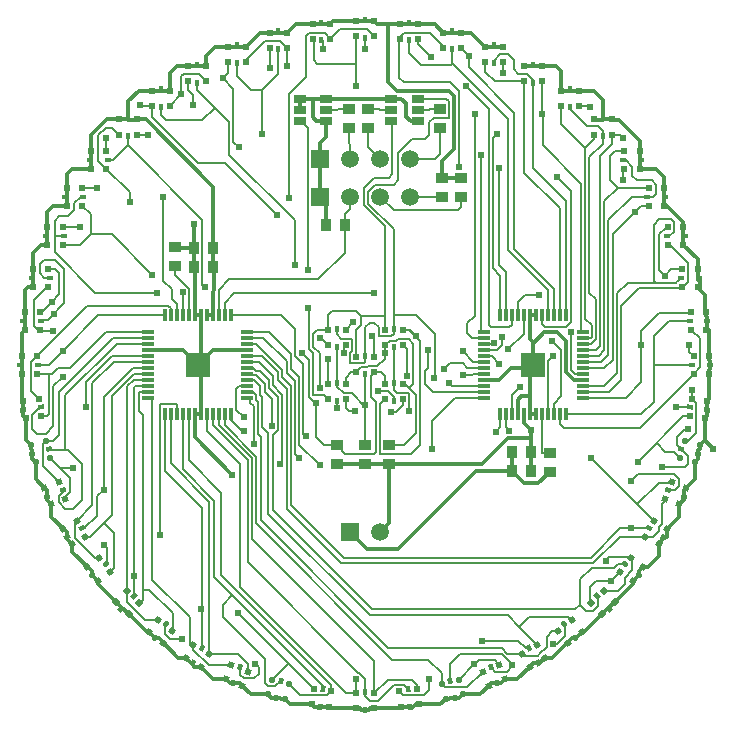
<source format=gtl>
G04 Layer_Physical_Order=1*
G04 Layer_Color=255*
%FSLAX25Y25*%
%MOIN*%
G70*
G01*
G75*
G04:AMPARAMS|DCode=10|XSize=15.75mil|YSize=19.69mil|CornerRadius=0mil|HoleSize=0mil|Usage=FLASHONLY|Rotation=45.000|XOffset=0mil|YOffset=0mil|HoleType=Round|Shape=Rectangle|*
%AMROTATEDRECTD10*
4,1,4,0.00139,-0.01253,-0.01253,0.00139,-0.00139,0.01253,0.01253,-0.00139,0.00139,-0.01253,0.0*
%
%ADD10ROTATEDRECTD10*%

%ADD11P,0.02784X4X90.0*%
G04:AMPARAMS|DCode=12|XSize=15.75mil|YSize=19.69mil|CornerRadius=0mil|HoleSize=0mil|Usage=FLASHONLY|Rotation=52.500|XOffset=0mil|YOffset=0mil|HoleType=Round|Shape=Rectangle|*
%AMROTATEDRECTD12*
4,1,4,0.00302,-0.01224,-0.01260,-0.00026,-0.00302,0.01224,0.01260,0.00026,0.00302,-0.01224,0.0*
%
%ADD12ROTATEDRECTD12*%

%ADD13P,0.02784X4X97.5*%
G04:AMPARAMS|DCode=14|XSize=15.75mil|YSize=19.69mil|CornerRadius=0mil|HoleSize=0mil|Usage=FLASHONLY|Rotation=60.000|XOffset=0mil|YOffset=0mil|HoleType=Round|Shape=Rectangle|*
%AMROTATEDRECTD14*
4,1,4,0.00459,-0.01174,-0.01246,-0.00190,-0.00459,0.01174,0.01246,0.00190,0.00459,-0.01174,0.0*
%
%ADD14ROTATEDRECTD14*%

%ADD15P,0.02784X4X105.0*%
G04:AMPARAMS|DCode=16|XSize=15.75mil|YSize=19.69mil|CornerRadius=0mil|HoleSize=0mil|Usage=FLASHONLY|Rotation=67.500|XOffset=0mil|YOffset=0mil|HoleType=Round|Shape=Rectangle|*
%AMROTATEDRECTD16*
4,1,4,0.00608,-0.01104,-0.01211,-0.00351,-0.00608,0.01104,0.01211,0.00351,0.00608,-0.01104,0.0*
%
%ADD16ROTATEDRECTD16*%

%ADD17P,0.02784X4X112.5*%
G04:AMPARAMS|DCode=18|XSize=15.75mil|YSize=19.69mil|CornerRadius=0mil|HoleSize=0mil|Usage=FLASHONLY|Rotation=75.000|XOffset=0mil|YOffset=0mil|HoleType=Round|Shape=Rectangle|*
%AMROTATEDRECTD18*
4,1,4,0.00747,-0.01015,-0.01155,-0.00506,-0.00747,0.01015,0.01155,0.00506,0.00747,-0.01015,0.0*
%
%ADD18ROTATEDRECTD18*%

%ADD19P,0.02784X4X120.0*%
G04:AMPARAMS|DCode=20|XSize=15.75mil|YSize=19.69mil|CornerRadius=0mil|HoleSize=0mil|Usage=FLASHONLY|Rotation=82.500|XOffset=0mil|YOffset=0mil|HoleType=Round|Shape=Rectangle|*
%AMROTATEDRECTD20*
4,1,4,0.00873,-0.00909,-0.01079,-0.00652,-0.00873,0.00909,0.01079,0.00652,0.00873,-0.00909,0.0*
%
%ADD20ROTATEDRECTD20*%

%ADD21P,0.02784X4X127.5*%
%ADD22R,0.01969X0.01575*%
%ADD23R,0.01969X0.01969*%
%ADD24R,0.01575X0.01969*%
%ADD25R,0.01969X0.01969*%
%ADD26R,0.03543X0.03937*%
%ADD27R,0.03937X0.03543*%
G04:AMPARAMS|DCode=28|XSize=15.75mil|YSize=19.69mil|CornerRadius=0mil|HoleSize=0mil|Usage=FLASHONLY|Rotation=37.500|XOffset=0mil|YOffset=0mil|HoleType=Round|Shape=Rectangle|*
%AMROTATEDRECTD28*
4,1,4,-0.00026,-0.01260,-0.01224,0.00302,0.00026,0.01260,0.01224,-0.00302,-0.00026,-0.01260,0.0*
%
%ADD28ROTATEDRECTD28*%

%ADD29P,0.02784X4X82.5*%
G04:AMPARAMS|DCode=30|XSize=15.75mil|YSize=19.69mil|CornerRadius=0mil|HoleSize=0mil|Usage=FLASHONLY|Rotation=30.000|XOffset=0mil|YOffset=0mil|HoleType=Round|Shape=Rectangle|*
%AMROTATEDRECTD30*
4,1,4,-0.00190,-0.01246,-0.01174,0.00459,0.00190,0.01246,0.01174,-0.00459,-0.00190,-0.01246,0.0*
%
%ADD30ROTATEDRECTD30*%

%ADD31P,0.02784X4X75.0*%
G04:AMPARAMS|DCode=32|XSize=15.75mil|YSize=19.69mil|CornerRadius=0mil|HoleSize=0mil|Usage=FLASHONLY|Rotation=22.500|XOffset=0mil|YOffset=0mil|HoleType=Round|Shape=Rectangle|*
%AMROTATEDRECTD32*
4,1,4,-0.00351,-0.01211,-0.01104,0.00608,0.00351,0.01211,0.01104,-0.00608,-0.00351,-0.01211,0.0*
%
%ADD32ROTATEDRECTD32*%

%ADD33P,0.02784X4X67.5*%
G04:AMPARAMS|DCode=34|XSize=15.75mil|YSize=19.69mil|CornerRadius=0mil|HoleSize=0mil|Usage=FLASHONLY|Rotation=15.000|XOffset=0mil|YOffset=0mil|HoleType=Round|Shape=Rectangle|*
%AMROTATEDRECTD34*
4,1,4,-0.00506,-0.01155,-0.01015,0.00747,0.00506,0.01155,0.01015,-0.00747,-0.00506,-0.01155,0.0*
%
%ADD34ROTATEDRECTD34*%

%ADD35P,0.02784X4X60.0*%
G04:AMPARAMS|DCode=36|XSize=15.75mil|YSize=19.69mil|CornerRadius=0mil|HoleSize=0mil|Usage=FLASHONLY|Rotation=7.500|XOffset=0mil|YOffset=0mil|HoleType=Round|Shape=Rectangle|*
%AMROTATEDRECTD36*
4,1,4,-0.00652,-0.01079,-0.00909,0.00873,0.00652,0.01079,0.00909,-0.00873,-0.00652,-0.01079,0.0*
%
%ADD36ROTATEDRECTD36*%

%ADD37P,0.02784X4X52.5*%
G04:AMPARAMS|DCode=38|XSize=15.75mil|YSize=19.69mil|CornerRadius=0mil|HoleSize=0mil|Usage=FLASHONLY|Rotation=352.500|XOffset=0mil|YOffset=0mil|HoleType=Round|Shape=Rectangle|*
%AMROTATEDRECTD38*
4,1,4,-0.00909,-0.00873,-0.00652,0.01079,0.00909,0.00873,0.00652,-0.01079,-0.00909,-0.00873,0.0*
%
%ADD38ROTATEDRECTD38*%

%ADD39P,0.02784X4X397.5*%
G04:AMPARAMS|DCode=40|XSize=15.75mil|YSize=19.69mil|CornerRadius=0mil|HoleSize=0mil|Usage=FLASHONLY|Rotation=345.000|XOffset=0mil|YOffset=0mil|HoleType=Round|Shape=Rectangle|*
%AMROTATEDRECTD40*
4,1,4,-0.01015,-0.00747,-0.00506,0.01155,0.01015,0.00747,0.00506,-0.01155,-0.01015,-0.00747,0.0*
%
%ADD40ROTATEDRECTD40*%

%ADD41P,0.02784X4X390.0*%
G04:AMPARAMS|DCode=42|XSize=15.75mil|YSize=19.69mil|CornerRadius=0mil|HoleSize=0mil|Usage=FLASHONLY|Rotation=337.500|XOffset=0mil|YOffset=0mil|HoleType=Round|Shape=Rectangle|*
%AMROTATEDRECTD42*
4,1,4,-0.01104,-0.00608,-0.00351,0.01211,0.01104,0.00608,0.00351,-0.01211,-0.01104,-0.00608,0.0*
%
%ADD42ROTATEDRECTD42*%

%ADD43P,0.02784X4X382.5*%
G04:AMPARAMS|DCode=44|XSize=15.75mil|YSize=19.69mil|CornerRadius=0mil|HoleSize=0mil|Usage=FLASHONLY|Rotation=330.000|XOffset=0mil|YOffset=0mil|HoleType=Round|Shape=Rectangle|*
%AMROTATEDRECTD44*
4,1,4,-0.01174,-0.00459,-0.00190,0.01246,0.01174,0.00459,0.00190,-0.01246,-0.01174,-0.00459,0.0*
%
%ADD44ROTATEDRECTD44*%

%ADD45P,0.02784X4X375.0*%
G04:AMPARAMS|DCode=46|XSize=15.75mil|YSize=19.69mil|CornerRadius=0mil|HoleSize=0mil|Usage=FLASHONLY|Rotation=322.500|XOffset=0mil|YOffset=0mil|HoleType=Round|Shape=Rectangle|*
%AMROTATEDRECTD46*
4,1,4,-0.01224,-0.00302,-0.00026,0.01260,0.01224,0.00302,0.00026,-0.01260,-0.01224,-0.00302,0.0*
%
%ADD46ROTATEDRECTD46*%

%ADD47P,0.02784X4X367.5*%
G04:AMPARAMS|DCode=48|XSize=15.75mil|YSize=19.69mil|CornerRadius=0mil|HoleSize=0mil|Usage=FLASHONLY|Rotation=315.000|XOffset=0mil|YOffset=0mil|HoleType=Round|Shape=Rectangle|*
%AMROTATEDRECTD48*
4,1,4,-0.01253,-0.00139,0.00139,0.01253,0.01253,0.00139,-0.00139,-0.01253,-0.01253,-0.00139,0.0*
%
%ADD48ROTATEDRECTD48*%

%ADD49P,0.02784X4X360.0*%
G04:AMPARAMS|DCode=50|XSize=15.75mil|YSize=19.69mil|CornerRadius=0mil|HoleSize=0mil|Usage=FLASHONLY|Rotation=307.500|XOffset=0mil|YOffset=0mil|HoleType=Round|Shape=Rectangle|*
%AMROTATEDRECTD50*
4,1,4,-0.01260,0.00026,0.00302,0.01224,0.01260,-0.00026,-0.00302,-0.01224,-0.01260,0.00026,0.0*
%
%ADD50ROTATEDRECTD50*%

%ADD51P,0.02784X4X352.5*%
G04:AMPARAMS|DCode=52|XSize=15.75mil|YSize=19.69mil|CornerRadius=0mil|HoleSize=0mil|Usage=FLASHONLY|Rotation=300.000|XOffset=0mil|YOffset=0mil|HoleType=Round|Shape=Rectangle|*
%AMROTATEDRECTD52*
4,1,4,-0.01246,0.00190,0.00459,0.01174,0.01246,-0.00190,-0.00459,-0.01174,-0.01246,0.00190,0.0*
%
%ADD52ROTATEDRECTD52*%

%ADD53P,0.02784X4X345.0*%
G04:AMPARAMS|DCode=54|XSize=15.75mil|YSize=19.69mil|CornerRadius=0mil|HoleSize=0mil|Usage=FLASHONLY|Rotation=292.500|XOffset=0mil|YOffset=0mil|HoleType=Round|Shape=Rectangle|*
%AMROTATEDRECTD54*
4,1,4,-0.01211,0.00351,0.00608,0.01104,0.01211,-0.00351,-0.00608,-0.01104,-0.01211,0.00351,0.0*
%
%ADD54ROTATEDRECTD54*%

%ADD55P,0.02784X4X337.5*%
G04:AMPARAMS|DCode=56|XSize=15.75mil|YSize=19.69mil|CornerRadius=0mil|HoleSize=0mil|Usage=FLASHONLY|Rotation=285.000|XOffset=0mil|YOffset=0mil|HoleType=Round|Shape=Rectangle|*
%AMROTATEDRECTD56*
4,1,4,-0.01155,0.00506,0.00747,0.01015,0.01155,-0.00506,-0.00747,-0.01015,-0.01155,0.00506,0.0*
%
%ADD56ROTATEDRECTD56*%

%ADD57P,0.02784X4X330.0*%
G04:AMPARAMS|DCode=58|XSize=15.75mil|YSize=19.69mil|CornerRadius=0mil|HoleSize=0mil|Usage=FLASHONLY|Rotation=277.500|XOffset=0mil|YOffset=0mil|HoleType=Round|Shape=Rectangle|*
%AMROTATEDRECTD58*
4,1,4,-0.01079,0.00652,0.00873,0.00909,0.01079,-0.00652,-0.00873,-0.00909,-0.01079,0.00652,0.0*
%
%ADD58ROTATEDRECTD58*%

%ADD59P,0.02784X4X322.5*%
%ADD60R,0.07874X0.07874*%
%ADD61R,0.04000X0.01200*%
%ADD62R,0.01200X0.04000*%
%ADD63R,0.04134X0.02559*%
%ADD64C,0.00800*%
%ADD65C,0.01200*%
%ADD66R,0.05984X0.05984*%
%ADD67C,0.05984*%
%ADD68C,0.02400*%
D10*
X81289Y-81289D02*
D03*
X77114Y-77114D02*
D03*
D11*
X83099Y-78923D02*
D03*
X78923Y-83099D02*
D03*
X79480Y-75304D02*
D03*
X75304Y-79480D02*
D03*
D12*
X91204Y-69984D02*
D03*
X86519Y-66389D02*
D03*
D13*
X92690Y-67401D02*
D03*
X89095Y-72087D02*
D03*
X88629Y-64286D02*
D03*
X85034Y-68971D02*
D03*
D14*
X99559Y-57480D02*
D03*
X94444Y-54528D02*
D03*
D15*
X100694Y-54726D02*
D03*
X97741Y-59841D02*
D03*
X96262Y-52167D02*
D03*
X93309Y-57282D02*
D03*
D16*
X106210Y-43994D02*
D03*
X100754Y-41734D02*
D03*
D17*
X106976Y-41115D02*
D03*
X104716Y-46571D02*
D03*
X102247Y-39156D02*
D03*
X99988Y-44612D02*
D03*
D18*
X111043Y-29754D02*
D03*
X105339Y-28226D02*
D03*
D19*
X111427Y-26800D02*
D03*
X109899Y-32504D02*
D03*
X106484Y-25475D02*
D03*
X104955Y-31180D02*
D03*
D20*
X113977Y-15005D02*
D03*
X108122Y-14235D02*
D03*
D21*
X113972Y-12026D02*
D03*
X113201Y-17881D02*
D03*
X108898Y-11358D02*
D03*
X108127Y-17213D02*
D03*
D22*
X114961Y0D02*
D03*
X109055D02*
D03*
X114003Y14620D02*
D03*
X108097Y14620D02*
D03*
X111144Y28990D02*
D03*
X105239Y28990D02*
D03*
X106435Y42864D02*
D03*
X100529Y42864D02*
D03*
X99954Y56004D02*
D03*
X94049D02*
D03*
X91815Y68186D02*
D03*
X85909Y68186D02*
D03*
X-114961Y0D02*
D03*
X-109055D02*
D03*
X-114003Y14620D02*
D03*
X-108097Y14620D02*
D03*
X-111144Y28990D02*
D03*
X-105239Y28990D02*
D03*
X-106435Y42864D02*
D03*
X-100529Y42864D02*
D03*
X-99954Y56004D02*
D03*
X-94049D02*
D03*
X-91815Y68186D02*
D03*
X-85909Y68186D02*
D03*
D23*
X114567Y2953D02*
D03*
Y-2953D02*
D03*
X109449Y2953D02*
D03*
Y-2953D02*
D03*
X113609Y17573D02*
D03*
X113609Y11667D02*
D03*
X108491Y17573D02*
D03*
X108491Y11667D02*
D03*
X110750Y31942D02*
D03*
X110750Y26037D02*
D03*
X105632Y31942D02*
D03*
X105632Y26037D02*
D03*
X106041Y45816D02*
D03*
X106041Y39911D02*
D03*
X100923Y45816D02*
D03*
X100923Y39911D02*
D03*
X99561Y58957D02*
D03*
X99561Y53051D02*
D03*
X94443Y58957D02*
D03*
Y53051D02*
D03*
X91421Y71139D02*
D03*
X91421Y65233D02*
D03*
X86303Y71139D02*
D03*
X86303Y65233D02*
D03*
X-114567Y-2953D02*
D03*
Y2953D02*
D03*
X-109449Y-2953D02*
D03*
Y2953D02*
D03*
X-113609Y11667D02*
D03*
X-113609Y17573D02*
D03*
X-108491Y11667D02*
D03*
X-108491Y17573D02*
D03*
X-110750Y26037D02*
D03*
X-110750Y31942D02*
D03*
X-105632Y26037D02*
D03*
X-105632Y31942D02*
D03*
X-106041Y39911D02*
D03*
X-106041Y45816D02*
D03*
X-100923Y39911D02*
D03*
X-100923Y45816D02*
D03*
X-99561Y53051D02*
D03*
X-99561Y58957D02*
D03*
X-94443Y53051D02*
D03*
Y58957D02*
D03*
X-91421Y65233D02*
D03*
X-91421Y71139D02*
D03*
X-86303Y65233D02*
D03*
X-86303Y71139D02*
D03*
D24*
X79202Y82154D02*
D03*
Y76249D02*
D03*
X68186Y91815D02*
D03*
X68186Y85909D02*
D03*
X56004Y99954D02*
D03*
Y94049D02*
D03*
X42864Y106435D02*
D03*
X42864Y100529D02*
D03*
X28990Y111144D02*
D03*
X28990Y105239D02*
D03*
X14620Y114003D02*
D03*
X14620Y108097D02*
D03*
X0Y114961D02*
D03*
Y109055D02*
D03*
Y-114961D02*
D03*
Y-109055D02*
D03*
X-79202Y82154D02*
D03*
Y76249D02*
D03*
X-68186Y91815D02*
D03*
X-68186Y85909D02*
D03*
X-56004Y99954D02*
D03*
Y94049D02*
D03*
X-42864Y106435D02*
D03*
X-42864Y100529D02*
D03*
X-28990Y111144D02*
D03*
X-28990Y105239D02*
D03*
X-14620Y114003D02*
D03*
X-14620Y108097D02*
D03*
X9500Y-6047D02*
D03*
Y-11953D02*
D03*
X-9500Y-6047D02*
D03*
Y-11953D02*
D03*
X0Y-2953D02*
D03*
Y2953D02*
D03*
X9500Y6047D02*
D03*
Y11953D02*
D03*
X-9500Y6047D02*
D03*
Y11953D02*
D03*
D25*
X76249Y81761D02*
D03*
X82154D02*
D03*
X76249Y76643D02*
D03*
X82154D02*
D03*
X65233Y91421D02*
D03*
X71139Y91421D02*
D03*
X65233Y86303D02*
D03*
X71139Y86303D02*
D03*
X53051Y99561D02*
D03*
X58957Y99561D02*
D03*
X53051Y94443D02*
D03*
X58957D02*
D03*
X39911Y106041D02*
D03*
X45816Y106041D02*
D03*
X39911Y100923D02*
D03*
X45816Y100923D02*
D03*
X26037Y110750D02*
D03*
X31942Y110750D02*
D03*
X26037Y105632D02*
D03*
X31942Y105632D02*
D03*
X11667Y113609D02*
D03*
X17573Y113609D02*
D03*
X11667Y108491D02*
D03*
X17573Y108491D02*
D03*
X-2953Y114567D02*
D03*
X2953D02*
D03*
X-2953Y109449D02*
D03*
X2953D02*
D03*
Y-114567D02*
D03*
X-2953D02*
D03*
X2953Y-109449D02*
D03*
X-2953D02*
D03*
X-82154Y81761D02*
D03*
X-76249D02*
D03*
X-82154Y76643D02*
D03*
X-76249D02*
D03*
X-71139Y91421D02*
D03*
X-65233Y91421D02*
D03*
X-71139Y86303D02*
D03*
X-65233Y86303D02*
D03*
X-58957Y99561D02*
D03*
X-53051Y99561D02*
D03*
X-58957Y94443D02*
D03*
X-53051D02*
D03*
X-45816Y106041D02*
D03*
X-39911Y106041D02*
D03*
X-45816Y100923D02*
D03*
X-39911Y100923D02*
D03*
X-31942Y110750D02*
D03*
X-26037Y110750D02*
D03*
X-31942Y105632D02*
D03*
X-26037Y105632D02*
D03*
X-17573Y113609D02*
D03*
X-11667Y113609D02*
D03*
X-17573Y108491D02*
D03*
X-11667Y108491D02*
D03*
X6547Y-6441D02*
D03*
X12453D02*
D03*
X6547Y-11559D02*
D03*
X12453D02*
D03*
X-12453Y-6441D02*
D03*
X-6547D02*
D03*
X-12453Y-11559D02*
D03*
X-6547D02*
D03*
X2953Y-2559D02*
D03*
X-2953D02*
D03*
X2953Y2559D02*
D03*
X-2953D02*
D03*
X12453Y6441D02*
D03*
X6547D02*
D03*
X12453Y11559D02*
D03*
X6547D02*
D03*
X-6547Y6441D02*
D03*
X-12453D02*
D03*
X-6547Y11559D02*
D03*
X-12453D02*
D03*
D26*
X55150Y-35500D02*
D03*
X48850D02*
D03*
X55150Y-29000D02*
D03*
X48850D02*
D03*
X-50850Y32500D02*
D03*
X-57150D02*
D03*
X-50850Y39000D02*
D03*
X-57150D02*
D03*
X-6850Y46500D02*
D03*
X-13150D02*
D03*
D27*
X61500Y-35650D02*
D03*
Y-29350D02*
D03*
X-9500Y-33150D02*
D03*
Y-26850D02*
D03*
X0Y-33150D02*
D03*
Y-26850D02*
D03*
X8000Y-33150D02*
D03*
Y-26850D02*
D03*
X-63500Y39150D02*
D03*
Y32850D02*
D03*
X25500Y62150D02*
D03*
Y55850D02*
D03*
X32000Y62150D02*
D03*
Y55850D02*
D03*
X25000Y78850D02*
D03*
Y85150D02*
D03*
X-5500Y78850D02*
D03*
Y85150D02*
D03*
X1000Y78850D02*
D03*
Y85150D02*
D03*
D28*
X69984Y-91204D02*
D03*
X66389Y-86519D02*
D03*
D29*
X72087Y-89095D02*
D03*
X67401Y-92690D02*
D03*
X68971Y-85034D02*
D03*
X64286Y-88629D02*
D03*
D30*
X57480Y-99559D02*
D03*
X54528Y-94444D02*
D03*
D31*
X59841Y-97741D02*
D03*
X54726Y-100694D02*
D03*
X57282Y-93309D02*
D03*
X52167Y-96262D02*
D03*
D32*
X43994Y-106210D02*
D03*
X41734Y-100754D02*
D03*
D33*
X46571Y-104716D02*
D03*
X41115Y-106976D02*
D03*
X44612Y-99988D02*
D03*
X39156Y-102247D02*
D03*
D34*
X29754Y-111043D02*
D03*
X28226Y-105339D02*
D03*
D35*
X32504Y-109899D02*
D03*
X26800Y-111427D02*
D03*
X31180Y-104955D02*
D03*
X25475Y-106484D02*
D03*
D36*
X15005Y-113977D02*
D03*
X14235Y-108122D02*
D03*
D37*
X17881Y-113201D02*
D03*
X12026Y-113972D02*
D03*
X17213Y-108127D02*
D03*
X11358Y-108898D02*
D03*
D38*
X-15005Y-113977D02*
D03*
X-14235Y-108122D02*
D03*
D39*
X-12026Y-113972D02*
D03*
X-17881Y-113201D02*
D03*
X-11358Y-108898D02*
D03*
X-17213Y-108127D02*
D03*
D40*
X-29754Y-111043D02*
D03*
X-28226Y-105339D02*
D03*
D41*
X-26800Y-111427D02*
D03*
X-32504Y-109899D02*
D03*
X-25475Y-106484D02*
D03*
X-31180Y-104955D02*
D03*
D42*
X-43994Y-106210D02*
D03*
X-41734Y-100754D02*
D03*
D43*
X-41115Y-106976D02*
D03*
X-46571Y-104716D02*
D03*
X-39156Y-102247D02*
D03*
X-44612Y-99988D02*
D03*
D44*
X-57480Y-99559D02*
D03*
X-54528Y-94444D02*
D03*
D45*
X-54726Y-100694D02*
D03*
X-59841Y-97741D02*
D03*
X-52167Y-96262D02*
D03*
X-57282Y-93309D02*
D03*
D46*
X-69984Y-91204D02*
D03*
X-66389Y-86519D02*
D03*
D47*
X-67401Y-92690D02*
D03*
X-72087Y-89095D02*
D03*
X-64286Y-88629D02*
D03*
X-68971Y-85034D02*
D03*
D48*
X-81289Y-81289D02*
D03*
X-77114Y-77114D02*
D03*
D49*
X-78923Y-83099D02*
D03*
X-83099Y-78923D02*
D03*
X-75304Y-79480D02*
D03*
X-79480Y-75304D02*
D03*
D50*
X-91204Y-69984D02*
D03*
X-86519Y-66389D02*
D03*
D51*
X-89095Y-72087D02*
D03*
X-92690Y-67401D02*
D03*
X-85034Y-68971D02*
D03*
X-88629Y-64286D02*
D03*
D52*
X-99559Y-57480D02*
D03*
X-94444Y-54528D02*
D03*
D53*
X-97741Y-59841D02*
D03*
X-100694Y-54726D02*
D03*
X-93309Y-57282D02*
D03*
X-96262Y-52167D02*
D03*
D54*
X-106210Y-43994D02*
D03*
X-100754Y-41734D02*
D03*
D55*
X-104716Y-46571D02*
D03*
X-106976Y-41115D02*
D03*
X-99988Y-44612D02*
D03*
X-102247Y-39156D02*
D03*
D56*
X-111043Y-29754D02*
D03*
X-105339Y-28226D02*
D03*
D57*
X-109899Y-32504D02*
D03*
X-111427Y-26800D02*
D03*
X-104955Y-31180D02*
D03*
X-106484Y-25475D02*
D03*
D58*
X-113977Y-15005D02*
D03*
X-108122Y-14235D02*
D03*
D59*
X-113201Y-17881D02*
D03*
X-113972Y-12026D02*
D03*
X-108127Y-17213D02*
D03*
X-108898Y-11358D02*
D03*
D60*
X55906Y0D02*
D03*
X-55906D02*
D03*
D61*
X72406Y-11000D02*
D03*
Y-9000D02*
D03*
Y-7000D02*
D03*
Y-5000D02*
D03*
Y-3000D02*
D03*
Y-1000D02*
D03*
Y1000D02*
D03*
Y3000D02*
D03*
Y5000D02*
D03*
Y7000D02*
D03*
Y9000D02*
D03*
Y11000D02*
D03*
X39406D02*
D03*
Y9000D02*
D03*
Y7000D02*
D03*
Y5000D02*
D03*
Y3000D02*
D03*
Y1000D02*
D03*
Y-1000D02*
D03*
Y-3000D02*
D03*
Y-5000D02*
D03*
Y-7000D02*
D03*
Y-9000D02*
D03*
Y-11000D02*
D03*
X-72406Y11000D02*
D03*
Y9000D02*
D03*
Y7000D02*
D03*
Y5000D02*
D03*
Y3000D02*
D03*
Y1000D02*
D03*
Y-1000D02*
D03*
Y-3000D02*
D03*
Y-5000D02*
D03*
Y-7000D02*
D03*
Y-9000D02*
D03*
Y-11000D02*
D03*
X-39406D02*
D03*
Y-9000D02*
D03*
Y-7000D02*
D03*
Y-5000D02*
D03*
Y-3000D02*
D03*
Y-1000D02*
D03*
Y1000D02*
D03*
Y3000D02*
D03*
Y5000D02*
D03*
Y7000D02*
D03*
Y9000D02*
D03*
Y11000D02*
D03*
D62*
X66906Y16500D02*
D03*
X64906D02*
D03*
X62906D02*
D03*
X60906D02*
D03*
X58906D02*
D03*
X56906D02*
D03*
X54906D02*
D03*
X52906D02*
D03*
X50906D02*
D03*
X48906D02*
D03*
X46906D02*
D03*
X44906D02*
D03*
Y-16500D02*
D03*
X46906D02*
D03*
X48906D02*
D03*
X50906D02*
D03*
X52906D02*
D03*
X54906D02*
D03*
X56906D02*
D03*
X58906D02*
D03*
X60906D02*
D03*
X62906D02*
D03*
X64906D02*
D03*
X66906D02*
D03*
X-66906D02*
D03*
X-64906D02*
D03*
X-62906D02*
D03*
X-60906D02*
D03*
X-58906D02*
D03*
X-56906D02*
D03*
X-54906D02*
D03*
X-52906D02*
D03*
X-50906D02*
D03*
X-48906D02*
D03*
X-46906D02*
D03*
X-44906D02*
D03*
Y16500D02*
D03*
X-46906D02*
D03*
X-48906D02*
D03*
X-50906D02*
D03*
X-52906D02*
D03*
X-54906D02*
D03*
X-56906D02*
D03*
X-58906D02*
D03*
X-60906D02*
D03*
X-62906D02*
D03*
X-64906D02*
D03*
X-66906D02*
D03*
D63*
X8571Y81260D02*
D03*
Y85000D02*
D03*
Y88740D02*
D03*
X17429D02*
D03*
Y85000D02*
D03*
Y81260D02*
D03*
X-13071D02*
D03*
Y85000D02*
D03*
Y88740D02*
D03*
X-21929D02*
D03*
Y85000D02*
D03*
Y81260D02*
D03*
D64*
X101120Y14620D02*
X108097D01*
X96100Y9600D02*
X101120Y14620D01*
X96100Y0D02*
Y9600D01*
X-100000Y-28500D02*
X-99000D01*
X-105065D02*
X-100000D01*
X-105339Y-28226D02*
X-105065Y-28500D01*
X-99000D02*
X-94500Y-33000D01*
X-102000Y-23500D02*
Y-9034D01*
X-103975Y-25475D02*
X-102000Y-23500D01*
X-106484Y-25475D02*
X-103975D01*
X-105478Y-16478D02*
Y-2975D01*
X-106213Y-17213D02*
X-105478Y-16478D01*
X-108127Y-17213D02*
X-106213D01*
X-104000Y-7100D02*
X-100900Y-4000D01*
X-104000Y-20500D02*
Y-7100D01*
X-106500Y-23000D02*
X-104000Y-20500D01*
X-102000Y-9034D02*
X-83966Y9000D01*
X-100000Y-10100D02*
X-82900Y7000D01*
X-100000Y-28500D02*
Y-10100D01*
X-111000Y-16721D02*
X-108514Y-14235D01*
X-111000Y-21500D02*
Y-16721D01*
Y-21500D02*
X-109500Y-23000D01*
X-106500D01*
X-109449Y-2953D02*
X-104453D01*
X-102500Y-1000D02*
X-98472D01*
X-104453Y-2953D02*
X-102500Y-1000D01*
X-98472D02*
X-86472Y11000D01*
X-109055Y0D02*
X-105500D01*
X-100900Y4600D01*
X-110475Y12935D02*
X-108898Y11358D01*
X-110475Y12935D02*
Y21484D01*
X-105935Y15000D02*
X-100500Y20435D01*
X-107357Y15000D02*
X-105935D01*
X-108122Y14235D02*
X-107357Y15000D01*
X-108500Y33500D02*
X-107000Y35000D01*
X-108500Y30500D02*
Y33500D01*
Y30500D02*
X-106990Y28990D01*
X-105239D01*
X-107000Y35000D02*
X-103500D01*
X-100500Y32000D01*
Y20435D02*
Y32000D01*
X-108127Y17373D02*
X-104500Y21000D01*
X-108127Y17213D02*
Y17373D01*
X-90000Y24000D02*
X-69500D01*
X-103500Y37500D02*
X-90000Y24000D01*
X-103500Y37500D02*
Y43000D01*
X-103443Y31942D02*
X-102000Y30500D01*
Y23500D02*
Y30500D01*
X-104500Y21000D02*
X-102000Y23500D01*
X-105632Y31942D02*
X-103443D01*
X-91500Y43500D02*
X-84444D01*
X-95089Y39911D02*
X-91500Y43500D01*
X-100923Y39911D02*
X-95089D01*
X-84444Y43500D02*
X-70944Y30000D01*
X-91500Y43500D02*
Y50109D01*
X-94443Y53051D02*
X-91500Y50109D01*
X-103500Y43000D02*
X-100665D01*
X-97000Y51500D02*
Y53876D01*
X-99000Y49500D02*
X-97000Y51500D01*
X-102000Y49500D02*
X-99000D01*
X-103500Y43000D02*
Y48000D01*
X-102000Y49500D01*
X-100923Y45816D02*
X-95184D01*
X-97000Y53876D02*
X-94872Y56004D01*
X-94049D01*
X-94399Y59000D02*
X-89500D01*
X-78600Y54256D02*
Y57530D01*
X-86303Y65233D02*
X-78600Y57530D01*
X-89000Y67930D02*
X-86303Y65233D01*
X-89000Y67930D02*
Y76500D01*
X-86512Y78988D01*
X-84500D01*
X-82154Y76643D01*
X-85909Y68186D02*
X-84217D01*
X-79202Y73202D01*
X-86500Y71336D02*
Y75500D01*
X-76249Y76643D02*
X-72642D01*
X-79202Y73202D02*
Y76249D01*
Y73202D02*
X-54300Y48300D01*
Y26750D02*
Y48300D01*
X-74803Y86303D02*
X-71139D01*
Y82639D02*
Y86303D01*
Y82639D02*
X-55656Y67156D01*
X-46856D01*
X-66500Y81500D02*
X-54500D01*
X-68186Y83186D02*
X-66500Y81500D01*
X-68186Y83186D02*
Y85909D01*
X-57500Y86500D02*
Y90000D01*
X-58957Y91457D02*
X-57500Y90000D01*
X-58957Y91457D02*
Y94443D01*
X-54500Y81500D02*
X-50250Y85750D01*
X-56004Y91504D02*
X-45456Y80956D01*
X-56004Y91504D02*
Y94049D01*
X-45456Y69956D02*
Y80956D01*
X-65233Y86303D02*
X-61400Y90136D01*
X-55609Y97000D02*
X-53051Y94443D01*
X-60500Y97000D02*
X-55609D01*
X-61400Y96100D02*
X-60500Y97000D01*
X-61400Y90300D02*
Y96100D01*
X-44056Y74356D02*
Y92056D01*
X-47500Y95500D02*
X-44056Y92056D01*
X-45816Y97184D02*
Y100923D01*
X-47500Y95500D02*
X-45816Y97184D01*
X-42864Y96364D02*
X-38000Y91500D01*
X-42864Y96364D02*
Y100529D01*
X-38000Y91500D02*
X-34500D01*
X-31942Y99057D02*
Y105632D01*
X-28990Y104616D02*
Y105239D01*
X-29000Y97000D02*
Y105228D01*
X-34500Y91500D02*
X-29000Y97000D01*
X-33500Y108000D02*
X-28405D01*
X-39911Y101589D02*
X-33500Y108000D01*
X-28405D02*
X-26037Y105632D01*
X-34500Y77000D02*
Y91500D01*
X-26000Y99500D02*
Y105595D01*
X-26037Y105632D02*
X-26000Y105595D01*
X-11628Y108628D02*
X-8456Y111800D01*
X-13600Y110600D02*
X-11628Y108628D01*
X-18846Y110600D02*
X-13600D01*
X-19800Y96050D02*
Y109646D01*
X-18846Y110600D01*
X28480Y100000D02*
X28990Y100510D01*
X18500Y100000D02*
X28480D01*
X14620Y103880D02*
X18500Y100000D01*
X14620Y103880D02*
Y108097D01*
X28990Y100510D02*
Y105239D01*
X17573Y106927D02*
X22000Y102500D01*
X17573Y106927D02*
Y108491D01*
X31942Y105632D02*
X34500Y103075D01*
X43058Y94443D02*
X53051D01*
X39911Y97589D02*
X43058Y94443D01*
X39911Y97589D02*
Y100923D01*
X53051Y63949D02*
Y94443D01*
Y63949D02*
X64906Y52094D01*
Y16500D02*
Y52094D01*
X45011Y103500D02*
X47500D01*
X42864Y101353D02*
X45011Y103500D01*
X47500D02*
X49500Y101500D01*
Y98500D02*
Y101500D01*
Y98500D02*
X51000Y97000D01*
X53876D01*
X56004Y94872D01*
Y94049D02*
Y94872D01*
Y65596D02*
Y94049D01*
Y65596D02*
X66906Y54694D01*
X45816Y97184D02*
Y100923D01*
X59000Y83500D02*
Y94399D01*
X59150Y73150D02*
Y83350D01*
Y73150D02*
X71906Y60394D01*
X84857Y76643D02*
X86000Y75500D01*
X82154Y76643D02*
X84857D01*
X71139Y86303D02*
X74697D01*
X76249Y75138D02*
Y76643D01*
X73306Y72194D02*
X76249Y75138D01*
X65233Y80267D02*
Y86303D01*
X68186Y85314D02*
X74000Y79500D01*
X77500D01*
X79202Y77798D01*
Y76249D02*
Y77798D01*
Y73702D02*
Y76249D01*
X74706Y69206D02*
X79202Y73702D01*
X74706Y23904D02*
Y69206D01*
X82154Y73654D02*
Y76016D01*
X78206Y69706D02*
X82154Y73654D01*
X78206Y6236D02*
Y69706D01*
X95500Y61500D02*
X97000Y60000D01*
X90500Y61500D02*
X95500D01*
X89000Y63000D02*
X90500Y61500D01*
X97000Y57000D02*
Y60000D01*
X96004Y56004D02*
X97000Y57000D01*
X94049Y56004D02*
X96004D01*
X89000Y63000D02*
Y65919D01*
X86733Y68186D02*
X89000Y65919D01*
X85909Y68186D02*
X86733D01*
X83139Y71139D02*
X86303D01*
X81500Y69500D02*
X83139Y71139D01*
X81500Y61519D02*
Y69500D01*
Y61519D02*
X84062Y58957D01*
X94443D01*
X79606Y54500D02*
X84062Y58957D01*
X86000Y61656D02*
Y64930D01*
X88823Y56004D02*
X94049D01*
X81006Y48186D02*
X88823Y56004D01*
X89933Y51000D02*
X91984Y53051D01*
X82406Y43473D02*
X89933Y51000D01*
X91984Y53051D02*
X94443D01*
X82406Y1696D02*
Y43473D01*
X102907Y44407D02*
Y47593D01*
X102000Y48500D02*
X102907Y47593D01*
X101364Y42864D02*
X102907Y44407D01*
X98000Y48500D02*
X102000D01*
X96244Y46744D02*
X98000Y48500D01*
Y43520D02*
X100080Y45600D01*
X98000Y31500D02*
Y43520D01*
X96244Y27856D02*
Y46744D01*
Y27856D02*
X96600Y27500D01*
X102043Y31942D02*
X105632D01*
X99800Y29700D02*
X102043Y31942D01*
X98000Y31500D02*
X99800Y29700D01*
X100923Y39911D02*
X101493D01*
X107616Y27617D02*
Y33787D01*
X101493Y39911D02*
X107616Y33787D01*
X105475Y25475D02*
X107616Y27617D01*
X91187Y25475D02*
X105475D01*
X104270Y28021D02*
X105239Y28990D01*
X104234Y28021D02*
X104270D01*
X103648Y27435D02*
X104234Y28021D01*
X103648Y27400D02*
Y27435D01*
X87400Y27400D02*
X103648D01*
X-5000Y68500D02*
Y73400D01*
X-5500Y73900D02*
X-5000Y73400D01*
X-5500Y73900D02*
Y78850D01*
X17429Y85000D02*
X21100D01*
X21250Y85150D01*
X25000D01*
X1000D02*
X4700D01*
X4850Y85000D01*
X8571D01*
X-13071D02*
X-9400D01*
X-9250Y85150D01*
X-5500D01*
X15000Y55906D02*
X20200D01*
X20255Y55850D01*
X25500D01*
X-6850Y46500D02*
Y50200D01*
X-5000Y52050D01*
Y55906D01*
X-8456Y111800D02*
X602D01*
X2953Y109449D01*
X-12661Y-110200D02*
X-11358Y-108898D01*
X58906Y-29200D02*
Y-16500D01*
Y-29200D02*
X59056Y-29350D01*
X61500D01*
X91402Y-21000D02*
X109449Y-2953D01*
X66156Y-21000D02*
X91402D01*
X64906Y-19750D02*
X66156Y-21000D01*
X64906Y-19750D02*
Y-16500D01*
X34004Y-107400D02*
X39156Y-102247D01*
X68971Y-85034D02*
Y-84500D01*
X5000Y55906D02*
X9406Y51500D01*
X30750D01*
X32000Y52750D01*
Y55850D01*
X-58906Y16500D02*
Y19400D01*
X-58700Y19606D01*
Y25250D01*
X-63500Y30050D02*
X-58700Y25250D01*
X-63500Y30050D02*
Y32850D01*
X-60906Y16500D02*
Y24150D01*
X-62906Y16500D02*
Y20200D01*
X-64589Y21884D02*
X-62906Y20200D01*
X-64589Y21884D02*
Y25181D01*
X-67400Y27992D02*
X-64589Y25181D01*
X-67400Y27992D02*
Y55800D01*
X71906Y11000D02*
X72406D01*
X83806Y23806D02*
X87400Y27400D01*
X83806Y-2894D02*
Y23806D01*
X79700Y-7000D02*
X83806Y-2894D01*
X72406Y-7000D02*
X79700D01*
X66906Y16500D02*
Y54694D01*
X-6850Y37219D02*
Y46500D01*
X-15621Y28449D02*
X-6850Y37219D01*
X-45357Y28449D02*
X-15621D01*
X-48906Y24900D02*
X-45357Y28449D01*
X-48906Y16500D02*
Y24900D01*
X-12453Y11559D02*
Y16500D01*
X-6547Y11559D02*
X-4006Y14100D01*
X2953Y2559D02*
Y9047D01*
X4500Y9532D02*
X4600Y9432D01*
X8682D01*
X9500Y10250D01*
Y11953D01*
X0Y842D02*
Y2953D01*
X-342Y500D02*
X0Y842D01*
X-4900Y500D02*
X-342D01*
X-5000Y600D02*
X-4900Y500D01*
X-5000Y600D02*
Y4000D01*
X-4442Y4558D01*
Y8571D01*
X-4600Y8729D02*
X-4442Y8571D01*
X-7979Y8729D02*
X-4600D01*
X-9500Y10250D02*
X-7979Y8729D01*
X-9500Y10250D02*
Y11953D01*
X79709Y-1000D02*
X82406Y1696D01*
X72406Y-1000D02*
X79709D01*
X81006Y3400D02*
Y48186D01*
X78606Y1000D02*
X81006Y3400D01*
X72406Y1000D02*
X78606D01*
X79606Y4800D02*
Y54500D01*
X77806Y3000D02*
X79606Y4800D01*
X72406Y3000D02*
X77806D01*
X72406Y9000D02*
X75306D01*
X75406Y9100D01*
Y13294D01*
X73306Y15394D02*
X75406Y13294D01*
X74706Y23904D02*
X76806Y21804D01*
Y8500D02*
Y21804D01*
X75306Y7000D02*
X76806Y8500D01*
X72406Y7000D02*
X75306D01*
X42500Y75616D02*
X43750Y76866D01*
X42500Y32089D02*
Y75616D01*
Y32089D02*
X44906Y29684D01*
Y16500D02*
Y29684D01*
X-61400Y90250D02*
Y90300D01*
X36406Y83406D02*
X36500Y83500D01*
X15000Y68500D02*
X23250D01*
X25000Y70250D01*
Y78850D01*
X92000Y-16500D02*
X96100Y-12400D01*
X66906Y-16500D02*
X92000D01*
X72406Y-11000D02*
X86850D01*
X109449Y-2953D02*
X111500Y-902D01*
Y8756D01*
X108898Y11358D02*
X111500Y8756D01*
X96100Y0D02*
X109055D01*
X9500Y-6047D02*
Y6047D01*
X-14235Y105200D02*
Y108122D01*
X-17213Y101500D02*
Y108127D01*
Y101500D02*
X-15963Y100250D01*
X15041Y11559D02*
X16900Y9700D01*
X2300D02*
X2953Y9047D01*
X-77250Y-5000D02*
X-72406D01*
X-79480Y-7230D02*
X-77250Y-5000D01*
X-79480Y-75304D02*
Y-7230D01*
X-77114Y-7527D02*
X-76587Y-7000D01*
X-72406D01*
X4300Y-112000D02*
X9400Y-106900D01*
X1500Y-112000D02*
X4300D01*
X0Y-110500D02*
X1500Y-112000D01*
X0Y-110500D02*
Y-109055D01*
X-39406Y-5000D02*
X-36986D01*
X-35006Y-6980D01*
Y-10144D02*
Y-6980D01*
X-32300Y-49700D02*
Y-22800D01*
Y-49700D02*
X1500Y-83500D01*
X47473D01*
X75450Y-67600D02*
X83000D01*
X84211Y-66389D01*
X86519D01*
X38700Y11000D02*
X39406D01*
X-44056Y74356D02*
X-42200Y72500D01*
X62350Y8050D02*
X65350Y5050D01*
Y-10500D02*
Y5050D01*
X62906Y-12944D02*
X65350Y-10500D01*
X62906Y-16500D02*
Y-12944D01*
X-9500Y-6047D02*
Y6047D01*
X-6650Y-29700D02*
X2900D01*
X3450Y-29150D01*
X1850Y-3662D02*
X2953Y-2559D01*
X-9500Y-7250D02*
Y-6047D01*
Y-7250D02*
X-7250Y-9500D01*
X-4500D01*
X0Y-26850D02*
Y-14000D01*
X42600Y7000D02*
X43000Y7400D01*
X-23600Y33200D02*
Y48100D01*
X-45456Y69956D02*
X-23600Y48100D01*
X-39406Y9000D02*
X-33950D01*
X-26200Y1250D01*
Y-2700D02*
Y1250D01*
Y-2700D02*
X-23450Y-5450D01*
Y-29750D02*
Y-5450D01*
Y-29750D02*
X-22200Y-31000D01*
X-64906Y16500D02*
Y18906D01*
X-65700Y19700D02*
X-64906Y18906D01*
X-92702Y19700D02*
X-65700D01*
X-109449Y2953D02*
X-92702Y19700D01*
X-75500Y-15400D02*
Y-9100D01*
X-75400Y-9000D01*
X-72406D01*
X-39406Y7000D02*
X-36393D01*
X-27700Y-1693D01*
Y-4100D02*
Y-1693D01*
Y-4100D02*
X-24850Y-6950D01*
Y-46750D02*
Y-6950D01*
Y-46750D02*
X-7200Y-64400D01*
X75123D01*
X84892Y-57282D02*
X93309D01*
X76003Y-66171D02*
X84892Y-57282D01*
X-8261Y-66171D02*
X76003D01*
X-26250Y-48182D02*
X-8261Y-66171D01*
X-26250Y-48182D02*
Y-8000D01*
X-29100Y-5150D02*
X-26250Y-8000D01*
X-29100Y-5150D02*
Y-2446D01*
X-34546Y3000D02*
X-29100Y-2446D01*
X-39406Y3000D02*
X-34546D01*
X5000Y-13106D02*
X6547Y-11559D01*
X5000Y-29600D02*
Y-13106D01*
Y-29600D02*
X5100Y-29700D01*
X15250D01*
X18253Y-26697D01*
Y7997D01*
X12453Y11559D02*
X14691D01*
X-15200Y-7900D02*
Y3800D01*
X-17400Y6000D02*
X-15200Y3800D01*
X-17400Y6000D02*
Y10250D01*
X-16091Y11559D01*
X-12453D01*
X2953Y-2559D02*
X5250D01*
X6547Y-3856D01*
Y-6441D02*
Y-3856D01*
X-6547Y-6441D02*
Y-4356D01*
X-4750Y-2559D01*
X-2953D01*
X-82900Y7000D02*
X-72406D01*
X-84500Y-10270D02*
X-77230Y-3000D01*
X-72406D01*
X-94444Y-54528D02*
X-93628D01*
X-89400Y-50300D01*
Y-43900D01*
X-87100Y-41600D01*
Y-10800D01*
X-77300Y-1000D01*
X-72406D01*
X-50906Y-20100D02*
X-39236Y-31770D01*
X-50906Y-20100D02*
Y-16500D01*
X-108898Y11358D02*
X-104258D01*
X46906Y-20906D02*
Y-16500D01*
X44906Y-20894D02*
Y-16500D01*
X43500Y-22300D02*
X44906Y-20894D01*
X11358Y-108898D02*
X12692Y-110231D01*
X19500Y-110200D02*
X21200Y-108500D01*
Y-104800D01*
X-2953Y-109449D02*
Y-104800D01*
X-20650Y-23000D02*
X-19850Y-23800D01*
X-20650Y-23000D02*
Y300D01*
X-23300Y2950D02*
X-20650Y300D01*
X100860Y-39156D02*
X102247D01*
X100580Y-39436D02*
X100860Y-39156D01*
X97750Y-39436D02*
X100580D01*
X90686Y-46500D02*
X97750Y-39436D01*
X0Y105200D02*
Y109055D01*
X-60906Y-34888D02*
Y-16500D01*
Y-34888D02*
X-50450Y-45344D01*
Y-70850D02*
Y-45344D01*
X-66906Y-35346D02*
Y-16500D01*
Y-35346D02*
X-54528Y-47724D01*
X-39406Y-9000D02*
X-37319D01*
X-36406Y-9914D01*
Y-11844D02*
Y-9914D01*
X-34900Y-51882D02*
Y-24070D01*
X47311Y-96262D02*
X52167D01*
X-57282Y-94918D02*
Y-93309D01*
X4000Y-558D02*
X6547Y1989D01*
X800Y-558D02*
X4000D01*
X458Y-900D02*
X800Y-558D01*
X-1294Y-900D02*
X458D01*
X-2953Y-2559D02*
X-1294Y-900D01*
X6547Y3900D02*
Y6441D01*
X-15200Y8900D02*
X-14912D01*
X-12453Y6441D01*
X16050Y-6450D02*
Y6887D01*
X14437Y8500D02*
X16050Y6887D01*
X10800Y8500D02*
X14437D01*
X10332Y8032D02*
X10800Y8500D01*
X8138Y8032D02*
X10332D01*
X6547Y6441D02*
X8138Y8032D01*
X12750Y-26850D02*
X16853Y-22748D01*
X8000Y-26850D02*
X12750D01*
X9500Y-8500D02*
Y-6047D01*
Y-8500D02*
X10575Y-9575D01*
X14312D01*
X14437Y-9700D01*
Y-15437D02*
Y-9700D01*
X1000Y72500D02*
X5000Y68500D01*
X1000Y72500D02*
Y78850D01*
X-392Y53128D02*
X6547Y46189D01*
X-392Y53128D02*
Y59058D01*
X2750Y62200D01*
X7750D01*
X9000Y63450D01*
X8571Y81260D02*
X9000D01*
X7500Y-8800D02*
X9500Y-10800D01*
Y-11953D02*
Y-10800D01*
X4200Y-8800D02*
X7500D01*
X-9500Y-14400D02*
X-9400Y-14500D01*
X-9500Y-14400D02*
Y-11953D01*
X1008Y53742D02*
X9500Y45250D01*
X1008Y53742D02*
Y57708D01*
X3300Y60000D01*
X9500D01*
X11000Y61500D01*
Y70750D01*
X15500Y75250D01*
X20050D01*
X21300Y76500D01*
Y80928D01*
X22750Y82378D01*
X27846D01*
X27969Y82500D01*
Y87800D01*
X27028Y88740D02*
X27969Y87800D01*
X17429Y88740D02*
X27028D01*
X-21929Y81260D02*
X-21400D01*
X-19100Y78960D01*
X-13905Y-10107D02*
X-12453Y-11559D01*
X-17330Y-10107D02*
X-13905D01*
X-17437Y-10000D02*
X-17330Y-10107D01*
X-17437Y-10000D02*
Y4000D01*
X-18837Y5400D02*
X-17437Y4000D01*
X-25600Y90250D02*
X-19800Y96050D01*
X-25600Y55500D02*
Y90250D01*
X47700Y5100D02*
X52906Y10306D01*
Y16500D01*
X33400Y92800D02*
X41100Y85100D01*
X49706Y38500D02*
X62906Y25300D01*
Y16500D02*
Y25300D01*
X60906Y16500D02*
Y24894D01*
X47700Y38100D02*
X60906Y24894D01*
X11358Y95603D02*
Y108898D01*
Y95603D02*
X12750Y94211D01*
X28079D01*
X31169Y91121D01*
Y66000D02*
Y91121D01*
X64000Y62600D02*
X68600Y58000D01*
Y14100D02*
Y58000D01*
X72406Y5000D02*
X76970D01*
X78206Y6236D01*
X72406Y-9000D02*
X81300D01*
X85206Y-5094D01*
Y19494D01*
X91187Y25475D01*
X68550Y-1750D02*
Y10900D01*
Y-1750D02*
X69800Y-3000D01*
X72406D01*
X-24700Y-1300D02*
X-22050Y-3950D01*
Y-26706D02*
Y-3950D01*
Y-26706D02*
X-15256Y-33500D01*
X108898Y-11358D02*
Y-8400D01*
X93309Y-57282D02*
X96018D01*
X-39406Y-3000D02*
X-36606Y-3400D01*
X-33606Y-6400D01*
Y-9044D02*
Y-6400D01*
Y-9044D02*
X-31250Y-11400D01*
Y-20300D02*
Y-11400D01*
X-30900Y-48500D02*
X2100Y-81500D01*
X-30900Y-48500D02*
Y-23500D01*
X-29050Y-21650D01*
Y-10800D01*
X-32150Y-7700D02*
X-29050Y-10800D01*
X-32150Y-7700D02*
Y-5056D01*
X-35205Y-2000D02*
X-32150Y-5056D01*
X-36300Y-2000D02*
X-35205D01*
X-37300Y-1000D02*
X-36300Y-2000D01*
X-39406Y-1000D02*
X-37300D01*
X-39406Y1000D02*
X-35405D01*
X-30750Y-3656D01*
Y-6900D02*
Y-3656D01*
Y-6900D02*
X-27650Y-10000D01*
Y-32294D02*
Y-10000D01*
X-28456Y-33100D02*
X-27650Y-32294D01*
X62600Y-93200D02*
X63800D01*
X25475Y-106484D02*
Y-102773D01*
X21046Y-98343D02*
X25475Y-102773D01*
X9043Y-98343D02*
X21046D01*
X-36400Y-52900D02*
X9043Y-98343D01*
X-36400Y-52900D02*
Y-30646D01*
X-46906Y-20140D02*
X-36400Y-30646D01*
X-46906Y-20140D02*
Y-16500D01*
X-44906Y-18310D02*
Y-16500D01*
X41734Y-100754D02*
X43280Y-102300D01*
X31180Y-104955D02*
X36325Y-99810D01*
X-39406Y-11000D02*
X-38385D01*
X36325Y-99810D02*
X37435Y-98700D01*
X-6539Y-109449D02*
X-2953D01*
X-41900Y-74088D02*
X-6539Y-109449D01*
X-41900Y-74088D02*
Y-33044D01*
X-52906Y-22039D02*
X-41900Y-33044D01*
X-52906Y-22039D02*
Y-16500D01*
X2953Y-109449D02*
Y-98800D01*
X-37836Y-58011D02*
X2953Y-98800D01*
X-37836Y-58011D02*
Y-31190D01*
X-48906Y-20120D02*
X-37836Y-31190D01*
X-48906Y-20120D02*
Y-16500D01*
X-68600Y-56740D02*
Y-13300D01*
X-68500Y-13200D01*
X-63006D01*
X-62906Y-13300D01*
Y-16500D02*
Y-13300D01*
X-47500Y-84000D02*
X-33300Y-98200D01*
X-14235Y-108122D02*
Y-107065D01*
X-58906Y-31838D02*
Y-16500D01*
Y-31838D02*
X-48100Y-42644D01*
Y-70031D02*
Y-42644D01*
Y-70031D02*
X-11358Y-106772D01*
Y-108898D02*
Y-106772D01*
X-72406Y-11000D02*
X-71100D01*
Y-71600D02*
X-58500Y-84200D01*
X-58450Y-93309D01*
X-57282D01*
X-54900Y-81500D02*
X-54528Y-81872D01*
X-52167Y-96262D02*
X-42538D01*
X-39156Y-99644D01*
Y-102247D02*
Y-99644D01*
X-64906Y-32868D02*
Y-16500D01*
Y-32868D02*
X-52167Y-45606D01*
Y-96262D02*
Y-45606D01*
X-73566Y-85034D02*
X-68971D01*
X-79480Y-79120D02*
X-73566Y-85034D01*
X-79480Y-79120D02*
Y-75304D01*
X-96262Y-52167D02*
X-91000Y-46905D01*
Y-6198D01*
X-83802Y1000D01*
X-72406D01*
X-107500Y-33904D02*
X-102247Y-39156D01*
X-107500Y-33904D02*
Y-26492D01*
X-106484Y-25475D01*
X-83966Y9000D02*
X-72406D01*
X-101635Y-34500D02*
X-98543Y-37592D01*
X-104955Y-31180D02*
X-101635Y-34500D01*
X-97500D01*
X-93200Y-14200D02*
Y-5700D01*
X-84500Y3000D01*
X-72406D01*
X-111500Y902D02*
X-109449Y2953D01*
X-111500Y-8756D02*
Y902D01*
Y-8756D02*
X-108898Y-11358D01*
X-89000Y16500D02*
X-66906D01*
X-100900Y4600D02*
X-89000Y16500D01*
X-86472Y11000D02*
X-72406D01*
X42084Y3000D02*
X44700Y384D01*
X39406Y3000D02*
X42084D01*
X33900Y-1000D02*
X39406D01*
Y7000D02*
X42600D01*
X45500Y6500D02*
Y9350D01*
X44000Y5000D02*
X45500Y6500D01*
X39406Y5000D02*
X44000D01*
X44700Y33289D02*
Y65500D01*
Y33289D02*
X46906Y31084D01*
Y16500D02*
Y31084D01*
X60906Y1256D02*
X62650Y3000D01*
X60906Y-16500D02*
Y1256D01*
X6547Y1989D02*
Y3900D01*
X-4500Y-9500D02*
X0Y-14000D01*
Y-13400D01*
Y-2953D01*
X-2953Y2559D02*
Y11647D01*
X-1450Y13150D01*
Y16247D01*
X6547Y11559D02*
Y46189D01*
X9000Y63450D02*
Y81260D01*
X14691Y11559D02*
X18253Y7997D01*
X14691Y11559D02*
X15041D01*
X71906Y11000D02*
Y60394D01*
X97954Y17213D02*
X108127D01*
X-38385Y-12665D02*
Y-11000D01*
X-44400Y-76900D02*
X-14235Y-107065D01*
X-71100Y-71600D02*
Y-11000D01*
X-54528Y-94444D02*
Y-81872D01*
Y-47724D01*
X38700Y11000D02*
Y70000D01*
X108898Y-11358D02*
X110231Y-12692D01*
X102776Y-29000D02*
X104955Y-31180D01*
X99000Y-34000D02*
X106500D01*
X107500Y-33000D01*
Y-30386D01*
X110231Y-22769D02*
Y-12692D01*
X105339Y-28226D02*
X107500Y-30386D01*
X106484Y-25475D02*
X107525D01*
X110231Y-22769D01*
X104000Y-26886D02*
X105339Y-28226D01*
X104000Y-26886D02*
Y-24000D01*
X106500Y-21500D01*
X107500D01*
X103735Y-14235D02*
X108122D01*
X105887Y-17213D02*
X108127D01*
X100000Y-29000D02*
X102776D01*
X97100Y-26100D02*
X100000Y-29000D01*
X90850Y-32250D02*
X105887Y-17213D01*
X21459Y110500D02*
X25475Y106484D01*
X12961Y110500D02*
X21459D01*
X11358Y108898D02*
X12961Y110500D01*
X-110475Y21484D02*
X-106484Y25475D01*
X-99988Y-44612D02*
Y-43943D01*
X-98543Y-42499D01*
Y-37592D01*
X-100754Y-42326D02*
Y-41734D01*
X-102274Y-43665D02*
X-100935Y-42326D01*
X-100754D01*
X-102274Y-45726D02*
Y-43665D01*
Y-45726D02*
X-100000Y-48000D01*
X-97500D01*
X-94500Y-45000D01*
X-96690Y-52596D02*
X-96262Y-52167D01*
X-96690Y-57772D02*
X-90177Y-64286D01*
X-88629D01*
X-85034Y-68971D02*
X-83756Y-67693D01*
X-86249Y-66119D02*
Y-60889D01*
X-87000Y-60138D02*
X-86249Y-60889D01*
X-92782Y-57282D02*
X-91782D01*
X-84500Y-50000D02*
Y-10270D01*
X-83756Y-67693D02*
Y-56244D01*
X-87250Y-52750D02*
X-83756Y-56244D01*
X-91782Y-57282D02*
X-87250Y-52750D01*
X-84500Y-50000D01*
X-75500Y-15400D02*
X-74100Y-16800D01*
X-75304Y-79480D02*
X-74100Y-78276D01*
X-77000Y-77000D02*
Y-70500D01*
X-77114Y-70386D02*
Y-7527D01*
X-66666Y-86796D02*
X-66389Y-86519D01*
X-66666Y-89834D02*
Y-86796D01*
Y-89834D02*
X-65000Y-91500D01*
X-61000D01*
X-57282Y-94918D02*
X-52212Y-99988D01*
X-44612D01*
X-41734Y-103266D02*
Y-100754D01*
Y-103266D02*
X-40467Y-104533D01*
X-37033D01*
X-35500Y-103000D01*
Y-100900D01*
X-36700Y-99700D02*
X-35500Y-100900D01*
X-33385Y-98285D02*
X-33300Y-98200D01*
X-33385Y-106065D02*
Y-98285D01*
Y-106065D02*
X-32290Y-107161D01*
X-30069D01*
X-28248Y-105339D01*
X-31180Y-104955D02*
X-25840Y-99616D01*
X-42500Y-82840D02*
X-17213Y-108127D01*
X-25475Y-106484D02*
X-21727Y-110231D01*
X-12692D01*
X12906Y-106793D02*
X14235Y-108122D01*
X9506Y-106793D02*
X12906D01*
X12692Y-110231D02*
X19469D01*
X26392Y-107494D02*
X33910D01*
X25475Y-106577D02*
Y-106484D01*
Y-106577D02*
X26392Y-107494D01*
X28226Y-105339D02*
Y-99774D01*
X53469Y-94444D02*
X54528D01*
X51024Y-92000D02*
X53469Y-94444D01*
X39000Y-92000D02*
X51024D01*
X-34900Y-51882D02*
X7718Y-94500D01*
X45549D01*
X47311Y-96262D01*
X28226Y-99774D02*
X31500Y-96500D01*
X45500D01*
X49200Y-100200D01*
X43168Y-98543D02*
X44612Y-99988D01*
X37592Y-98543D02*
X43168D01*
X43280Y-102300D02*
X47200D01*
X49300Y-100200D01*
X52905Y-97000D02*
X57463D01*
X57981Y-96482D01*
X52167Y-96262D02*
X52905Y-97000D01*
X62371Y-88629D02*
X64286D01*
X60400Y-90600D02*
X62371Y-88629D01*
X58000Y-96500D02*
X60400Y-94100D01*
Y-90600D01*
X67500Y-84000D02*
X68000Y-84500D01*
X66389Y-86519D02*
X66666Y-86796D01*
Y-90334D02*
Y-86796D01*
X63800Y-93200D02*
X66666Y-90334D01*
X74861Y-79037D02*
X75304Y-79480D01*
X77696Y-80304D02*
Y-77696D01*
X76000Y-82000D02*
X77696Y-80304D01*
X73500Y-82000D02*
X76000D01*
X77114Y-77114D02*
X77696Y-77696D01*
X80300Y-65250D02*
X81385Y-64165D01*
X88508D01*
X79480Y-75304D02*
X84196D01*
X86455Y-73045D01*
Y-71045D01*
X99000Y-53000D02*
Y-46500D01*
X99988Y-45512D01*
Y-44612D01*
X88500Y-38900D02*
X90900Y-36500D01*
X103000D01*
X104533Y-38033D01*
X100754Y-41734D02*
X103266D01*
X104533Y-40467D01*
Y-38033D01*
X73306Y15394D02*
Y72194D01*
X65233Y80267D02*
X73306Y72194D01*
X2100Y-81500D02*
X70000D01*
X71500Y-80000D01*
X73500Y-82000D01*
X71500Y-80000D02*
Y-71550D01*
X75450Y-67600D01*
X46906Y-20906D02*
X48000Y-22000D01*
X96018Y-57282D02*
X98000Y-55300D01*
Y-54000D01*
X99000Y-53000D01*
X75095Y-31000D02*
X96262Y-52167D01*
X88500Y-54528D02*
X94444D01*
X75123Y-64400D02*
X84996Y-54528D01*
X88500D01*
X-19000Y19000D02*
X-18837Y18837D01*
Y5400D02*
Y18837D01*
X12453Y-13547D02*
Y-11559D01*
X10300Y-15700D02*
X12453Y-13547D01*
X8400Y-15700D02*
X10300D01*
X-6547Y-14453D02*
Y-11559D01*
Y-14453D02*
X-5500Y-15500D01*
X-3500D01*
X-1450Y16247D02*
X6547D01*
X20000Y-6500D02*
X22500Y-9000D01*
X39406D01*
X20000Y-6500D02*
Y-2000D01*
X20950Y-1050D01*
Y4900D01*
X9500Y16500D02*
X17000D01*
X23150Y10350D01*
Y-4350D02*
Y10350D01*
X9500Y11953D02*
Y16500D01*
Y45250D01*
X48906Y-16500D02*
Y-10094D01*
X51500Y-7500D01*
X41100Y13320D02*
Y85100D01*
X48906Y13406D02*
Y16500D01*
X41100Y13320D02*
X41920Y12500D01*
X48000D01*
X48906Y13406D01*
X51006Y21006D02*
X53100Y23100D01*
X57900D01*
X50906Y16500D02*
Y20906D01*
X58906Y13594D02*
Y16500D01*
Y13594D02*
X60000Y12500D01*
X67000D01*
X68600Y14100D01*
X108000Y4402D02*
X109449Y2953D01*
X108000Y4402D02*
Y6500D01*
X92000Y11260D02*
X97954Y17213D01*
X92000Y6500D02*
Y11260D01*
X86850Y-11000D02*
X92000Y-5850D01*
Y6500D01*
X96100Y-12400D02*
Y0D01*
X28990Y100510D02*
X47700Y81800D01*
Y38100D02*
Y81800D01*
X-96690Y-57772D02*
Y-52596D01*
X-94500Y-45000D02*
Y-33000D01*
X-74100Y-75000D02*
Y-16800D01*
Y-78276D02*
Y-75000D01*
X-72000D01*
X-64165Y-82835D01*
Y-88629D02*
Y-82835D01*
X-47500Y-84000D02*
Y-80000D01*
X-44400Y-76900D01*
X-50450Y-70850D02*
X-44400Y-76900D01*
X17213Y-108127D02*
Y-106713D01*
X2953Y-109449D02*
X7402Y-105000D01*
X15500D01*
X17213Y-106713D01*
X54500Y-84000D02*
X67500D01*
X51236Y-87264D02*
X54500Y-84000D01*
X47473Y-83500D02*
X51236Y-87264D01*
X57282Y-93309D01*
X88508Y-65008D02*
Y-64165D01*
Y-65008D02*
X89000Y-65500D01*
X86455Y-71045D02*
X89000Y-68500D01*
Y-65500D01*
X74861Y-79037D02*
Y-74139D01*
X77000Y-72000D01*
X82000D01*
X85029Y-68971D02*
X85034D01*
X82000Y-72000D02*
X85029Y-68971D01*
X-46906Y16500D02*
Y20594D01*
X-43650Y23850D01*
X2900D01*
X-54300Y26750D02*
X-53550Y26000D01*
X-53500D01*
X49706Y38500D02*
Y84034D01*
X34500Y99240D02*
X49706Y84034D01*
X34500Y99240D02*
Y102900D01*
X36406Y16406D02*
Y83406D01*
X35500Y9000D02*
X39406D01*
X34000Y10500D02*
X35500Y9000D01*
X34000Y10500D02*
Y14000D01*
X36406Y16406D01*
X36000Y1000D02*
X39406D01*
X32500Y4500D02*
X36000Y1000D01*
X26200Y-1400D02*
X28100Y500D01*
X32400D01*
X33900Y-1000D01*
X28000Y-6000D02*
X29000Y-7000D01*
X39406D01*
X32500Y-3500D02*
X35500D01*
X36000Y-3000D01*
X39406D01*
X16853Y-22748D02*
Y-10136D01*
X15000Y-7500D02*
X16050Y-6450D01*
X13158Y-6441D02*
X16853Y-10136D01*
X-16500Y-12917D02*
Y-12600D01*
X-18837Y-10580D02*
X-16500Y-12917D01*
X-9500Y-26850D02*
X-6650Y-29700D01*
X-16500Y-24000D02*
Y-12917D01*
Y-24000D02*
X-13650Y-26850D01*
X-9500D01*
X1850Y-10850D02*
Y-3662D01*
Y-10850D02*
X3450Y-12450D01*
Y-29150D02*
Y-12450D01*
X-18837Y-10580D02*
Y1637D01*
X-21100Y3900D02*
X-18837Y1637D01*
X-7200Y5788D02*
X-6547Y6441D01*
X-7200Y3900D02*
Y5788D01*
X-12500Y2000D02*
X-12453Y1953D01*
Y-6441D02*
Y1953D01*
X12453Y6441D02*
X13800Y5094D01*
Y-3600D02*
Y5094D01*
X3000Y14000D02*
X4500Y12500D01*
Y9532D02*
Y12500D01*
X0Y2953D02*
Y12500D01*
X1500Y14000D01*
X3000D01*
X22250Y-28200D02*
Y-18750D01*
X30000Y-11000D01*
X39406D01*
X-15963Y100250D02*
X-3203D01*
X-2953Y92800D02*
Y109449D01*
X-35006Y-10144D02*
X-34350Y-10800D01*
X-36406Y-11844D02*
X-35750Y-12500D01*
X-38385Y-12665D02*
X-37150Y-13900D01*
X-34350Y-20750D02*
Y-10800D01*
Y-20750D02*
X-32300Y-22800D01*
X-35750Y-23220D02*
X-34900Y-24070D01*
X-35750Y-23220D02*
Y-12500D01*
X-37150Y-26366D02*
Y-13900D01*
X-41215Y-22000D02*
X-40358D01*
X-44906Y-18310D02*
X-41215Y-22000D01*
X-42000Y-7000D02*
X-39406D01*
X-43000Y-8000D02*
X-42000Y-7000D01*
X-43000Y-15000D02*
Y-8000D01*
Y-15000D02*
X-40500Y-17500D01*
X-19100Y31600D02*
X-19000Y31500D01*
X-19100Y31600D02*
Y78960D01*
X-46856Y67156D02*
X-29500Y49800D01*
X-44906Y16500D02*
X-28000D01*
X-23300Y11800D01*
Y2950D02*
Y11800D01*
X-39406Y11000D02*
X-32000D01*
X-24700Y3700D01*
Y-1300D02*
Y3700D01*
X-12453Y16500D02*
X-10953Y18000D01*
X-3203D01*
X-1450Y16247D01*
X-39236Y-65764D02*
Y-31770D01*
Y-65764D02*
X-2400Y-102600D01*
X-2042D01*
X0Y-104641D01*
Y-109055D02*
Y-104641D01*
D65*
X-114567Y-2953D02*
Y2953D01*
X-113609Y11667D02*
Y17573D01*
X-110750Y26037D02*
Y31942D01*
X-114567Y2953D02*
Y10709D01*
X-113609Y11667D01*
Y17573D02*
Y24891D01*
X-112463Y26037D01*
X-110750D01*
X-106041Y39911D02*
Y45816D01*
X-110750Y31942D02*
Y37250D01*
X-108089Y39911D01*
X-106041D01*
X-106041Y45816D02*
Y50959D01*
X-99561Y58957D02*
Y63439D01*
Y53051D02*
Y58957D01*
X-91421Y65233D02*
Y71139D01*
X-106041Y50959D02*
X-103949Y53051D01*
X-99561D01*
Y63439D02*
X-97767Y65233D01*
X-91421D01*
X39911Y106041D02*
X45816D01*
X26037Y110750D02*
X31942D01*
X11667Y113609D02*
X17573D01*
X35201Y110750D02*
X39911Y106041D01*
X31942Y110750D02*
X35201D01*
X31942Y110750D02*
X31942Y110750D01*
X23179Y113609D02*
X26037Y110750D01*
X17573Y113609D02*
X23179D01*
X7500Y113609D02*
X11667D01*
X3911D02*
X7500D01*
Y94350D02*
Y113609D01*
X-2953Y114567D02*
X2953D01*
X3911Y113609D01*
X-17573Y113609D02*
X-11667D01*
X-10709Y114567D02*
X-2953D01*
X-11667Y113609D02*
X-10709Y114567D01*
X-31942Y110750D02*
X-26123D01*
X-23179Y113609D02*
X-17573D01*
X-26037Y110750D02*
X-23179Y113609D01*
X-45816Y106041D02*
X-39911D01*
X-35201Y110750D02*
X-31942D01*
X-39911Y106041D02*
X-35201Y110750D01*
X-58957Y99561D02*
X-53051D01*
X-49959Y106041D02*
X-45816D01*
X-53051Y102949D02*
X-49959Y106041D01*
X-53051Y99561D02*
Y102949D01*
X-71139Y91421D02*
X-65233D01*
X-62939Y99561D02*
X-58957D01*
X-65233Y97267D02*
X-62939Y99561D01*
X-65233Y91421D02*
Y97267D01*
X-50850Y39000D02*
Y59350D01*
X-73261Y81761D02*
X-50850Y59350D01*
X-79202Y81654D02*
X-76642D01*
X-76249Y81761D02*
X-73261D01*
X-79595D02*
X-79202Y81654D01*
X-82154Y81761D02*
X-79595D01*
X-86239D02*
X-82154D01*
X-91421Y76579D02*
X-86239Y81761D01*
X-91421Y71139D02*
Y76579D01*
X-79202Y81654D02*
Y87799D01*
X-75579Y91421D01*
X-71139D01*
X55862Y99559D02*
X58023D01*
X53051Y99561D02*
X55610D01*
X65627Y91315D02*
X68186D01*
X58957Y99561D02*
X63439D01*
X65233Y97767D01*
Y91421D02*
Y97767D01*
X68580Y91421D02*
X71139D01*
X68186Y91315D02*
X68580Y91421D01*
X79327Y81688D02*
X79595Y81761D01*
X79202Y81654D02*
X79327Y81688D01*
X76642Y81654D02*
X79202D01*
X71139Y91421D02*
X76079D01*
X79202Y88298D01*
Y82154D02*
Y88298D01*
X79595Y81761D02*
X82154D01*
Y81500D02*
X84500D01*
X91421Y74579D01*
Y65233D02*
Y74579D01*
X99561Y53939D02*
X106041Y47459D01*
X99559Y53941D02*
X99561Y53939D01*
Y58957D01*
Y53051D02*
Y53939D01*
Y58957D02*
Y62439D01*
X96767Y65233D02*
X99561Y62439D01*
X91421Y65233D02*
X96767D01*
X106041Y39911D02*
Y47459D01*
X111043Y28384D02*
Y31360D01*
X106041Y39911D02*
X110750Y35201D01*
Y31942D02*
Y35201D01*
X111427Y25073D02*
X113201Y23299D01*
X111427Y25073D02*
Y28000D01*
X54906Y16500D02*
X56906D01*
X54906Y8700D02*
X55906Y7700D01*
X54906Y8700D02*
Y16500D01*
X48850Y-35500D02*
Y-29000D01*
X54906Y-16500D02*
X56906D01*
X-56906Y16500D02*
X-54906D01*
Y1000D02*
Y16500D01*
X-56906Y-16500D02*
X-54906D01*
X-57150Y32500D02*
Y39000D01*
X-13071Y88740D02*
X8571D01*
X-15000Y68500D02*
Y73900D01*
X-13071Y75829D01*
Y81260D01*
X-21929Y85000D02*
Y88740D01*
X0Y-114961D02*
X1200D01*
X1594Y-114567D01*
X2953D01*
X-2953D02*
X-1700D01*
X-1306Y-114961D01*
X0D01*
X12026Y-113972D02*
X13500D01*
X13505Y-113977D01*
X15005D01*
X16000D01*
X16776Y-113201D01*
X-15005Y-113977D02*
X-13600D01*
X-13595Y-113972D01*
X-12026D01*
X26800Y-111427D02*
X28000D01*
X28384Y-111043D01*
X29754D01*
X-29754D02*
X-28500D01*
X-28116Y-111427D01*
X-26800D01*
X114961Y0D02*
Y1200D01*
X114567Y1594D02*
X114961Y1200D01*
X114567Y1594D02*
Y2953D01*
Y-2953D02*
Y-1700D01*
X114961Y-1306D01*
Y0D01*
X114567Y-11432D02*
Y-2953D01*
X113977Y-15005D02*
Y-13600D01*
X113972Y-13595D02*
X113977Y-13600D01*
X113972Y-13595D02*
Y-12026D01*
Y12026D02*
Y13500D01*
X113977Y13505D01*
Y16000D01*
X113201Y16776D02*
X113977Y16000D01*
X113201Y16776D02*
Y23299D01*
X111043Y-29754D02*
Y-28500D01*
X111427Y-28116D01*
Y-26800D01*
X111043Y28384D02*
X111427Y28000D01*
X-113977Y-15005D02*
Y-13600D01*
X-113972Y-13595D01*
Y-12026D01*
X-111043Y-29754D02*
Y-28500D01*
X-111427Y-28116D02*
X-111043Y-28500D01*
X-111427Y-28116D02*
Y-26800D01*
X25500Y62150D02*
X32000D01*
X0Y-33150D02*
X8000D01*
X-9500D02*
X0D01*
X-52906Y16500D02*
X-50906D01*
X-50850Y32500D02*
Y39000D01*
X-17500Y88740D02*
X-13071D01*
X50705Y-104716D02*
X54726Y-100694D01*
X46571Y-104716D02*
X50705D01*
X59841Y-97741D02*
X62350D01*
X-62350D02*
X-59841D01*
X-50906Y16500D02*
Y24400D01*
Y5000D02*
X-39406D01*
X-55906Y0D02*
X-50906Y5000D01*
X25500Y62150D02*
Y68000D01*
X29569Y72069D01*
Y89521D01*
X27870Y91220D02*
X29569Y89521D01*
X10630Y91220D02*
X27870D01*
X7500Y94350D02*
X10630Y91220D01*
X-60905Y5000D02*
X-57874Y1969D01*
X-72406Y5000D02*
X-60905D01*
X-57874Y1968D02*
X-55906Y0D01*
X-57874Y1968D02*
Y1969D01*
X55906Y0D02*
X57874Y-1968D01*
X-41881Y-106210D02*
X-41115Y-106976D01*
X-43994Y-106210D02*
X-41881D01*
X-114567Y-11432D02*
Y-2953D01*
X104716Y-50704D02*
Y-46571D01*
X100694Y-54726D02*
X104716Y-50704D01*
X-53937Y-1968D02*
X-53900D01*
X-55906Y0D02*
X-53900D01*
X36800Y-35500D02*
X48850D01*
X10900Y-61400D02*
X36800Y-35500D01*
X494Y-61400D02*
X10900D01*
X-5000Y-55906D02*
X494Y-61400D01*
X59700Y10800D02*
X64000D01*
X66950Y7850D01*
Y-2413D02*
Y7850D01*
Y-2413D02*
X69537Y-5000D01*
X72406D01*
X-78923Y-83099D02*
X-72928Y-89095D01*
X100694Y-57293D02*
Y-54726D01*
X99559Y-57480D02*
Y-57293D01*
X-109899Y-38192D02*
X-106976Y-41115D01*
X-109899Y-38192D02*
Y-32504D01*
X54906Y-16500D02*
Y-10500D01*
X-57480Y-100194D02*
Y-99559D01*
Y-100194D02*
X-56980Y-100694D01*
X-54726D01*
X-56906Y-24044D02*
X-44350Y-36600D01*
X-56906Y-24044D02*
Y-16500D01*
X-57150Y39000D02*
Y47000D01*
X15080Y81260D02*
X17429D01*
X13590Y82750D02*
X15080Y81260D01*
X13590Y82750D02*
Y87150D01*
X12000Y88740D02*
X13590Y87150D01*
X8571Y88740D02*
X12000D01*
X25026Y-113201D02*
X26800Y-111427D01*
X16776Y-113201D02*
X25026D01*
X-17881D02*
X-17106Y-113977D01*
X-15005D01*
X-26800Y-111427D02*
X-25026Y-113201D01*
X-17881D01*
X31360Y-111043D02*
X32504Y-109899D01*
X29754Y-111043D02*
X31360D01*
X38192Y-109899D02*
X41115Y-106976D01*
X32504Y-109899D02*
X38192D01*
X-32504D02*
X-31360Y-111043D01*
X-29754D01*
X-41115Y-106976D02*
X-38192Y-109899D01*
X-32504D01*
X-46571Y-104716D02*
X-45077Y-106210D01*
X-43994D01*
X-54726Y-100694D02*
X-50704Y-104716D01*
X-46571D01*
X41115Y-106976D02*
X41881Y-106210D01*
X43994D01*
X45077D02*
X46571Y-104716D01*
X43994Y-106210D02*
X45077D01*
X-59841Y-97741D02*
X-58023Y-99559D01*
X-57480D01*
X54726Y-100694D02*
X55862Y-99559D01*
X57480D01*
X58023D02*
X59841Y-97741D01*
X57480Y-99559D02*
X58023D01*
X-68887Y-91204D02*
X-62350Y-97741D01*
X-69984Y-91204D02*
X-68887D01*
X-70079D02*
X-69984D01*
X-72087Y-89197D02*
X-70079Y-91204D01*
X-72087Y-89197D02*
Y-89095D01*
X62350Y-97741D02*
X68887Y-91204D01*
X69984D01*
X70079D01*
X72087Y-89197D01*
Y-89095D01*
X81289Y-80733D02*
X83099Y-78923D01*
X81289Y-81289D02*
Y-80733D01*
X113201Y-17881D02*
X113977Y-17106D01*
Y-15005D01*
X113201Y-25026D02*
Y-17881D01*
X109899Y-32504D02*
X111043Y-31360D01*
Y-29754D01*
X106976Y-41115D02*
X109899Y-38192D01*
Y-32504D01*
X106210Y-41881D02*
X106976Y-41115D01*
X106210Y-43994D02*
Y-41881D01*
X104716Y-46571D02*
X106210Y-45077D01*
Y-43994D01*
X97741Y-59841D02*
X99559Y-57480D01*
X91204Y-68887D02*
X92690Y-67401D01*
X91204Y-69984D02*
Y-68887D01*
X89095Y-72087D02*
Y-71992D01*
X91103Y-69984D01*
X91204D01*
X-113977Y-17106D02*
X-113201Y-17881D01*
X-113977Y-17106D02*
Y-15005D01*
X-113201Y-25026D02*
X-111427Y-26800D01*
X-113201Y-25026D02*
Y-17881D01*
X-111043Y-31360D02*
X-109899Y-32504D01*
X-111043Y-31360D02*
Y-29754D01*
X-106976Y-41115D02*
X-106210Y-41881D01*
Y-43994D02*
Y-41881D01*
Y-45077D02*
X-104716Y-46571D01*
X-106210Y-45077D02*
Y-43994D01*
X-99559Y-58023D02*
X-97741Y-59841D01*
X-99559Y-58023D02*
Y-57480D01*
X-97741Y-62350D02*
Y-59841D01*
Y-62350D02*
X-91204Y-68887D01*
Y-69984D02*
Y-68887D01*
Y-70079D02*
Y-69984D01*
Y-70079D02*
X-89197Y-72087D01*
X-89095D01*
X-83099Y-78923D02*
X-81289Y-80733D01*
Y-81289D02*
Y-80733D01*
X5000Y-55906D02*
X8000Y-52906D01*
Y-33150D01*
X-53900Y-1968D02*
Y0D01*
X53937Y1969D02*
X55906D01*
Y0D02*
Y1969D01*
Y7006D02*
Y7700D01*
Y7006D02*
X59700Y10800D01*
X-81289Y-80733D02*
X-78923Y-83099D01*
X55150Y-35500D02*
Y-29150D01*
X78923Y-83099D02*
X81289Y-80733D01*
X99559Y-57293D02*
X100694D01*
X-89095Y-72928D02*
Y-72087D01*
Y-72928D02*
X-83099Y-78923D01*
X48850Y-35500D02*
X52850Y-39500D01*
X57650D01*
X61500Y-35650D01*
X52906Y-19406D02*
Y-16500D01*
Y-19406D02*
X55150Y-21650D01*
X8000Y-33150D02*
X38850D01*
X47500Y-24500D01*
X55150D01*
Y-29000D02*
Y-24500D01*
Y-21650D01*
X111427Y-26800D02*
X113114Y-25114D01*
X114567Y2953D02*
Y11432D01*
X113972Y12026D02*
X114567Y11432D01*
X113972Y-12026D02*
X114567Y-11432D01*
X113114Y-25114D02*
X116000Y-28000D01*
X92690Y-67401D02*
X94099D01*
X97741Y-63759D01*
Y-59841D01*
X83099Y-78923D02*
X89095Y-72928D01*
Y-72087D01*
X72087Y-89095D02*
X72928D01*
X78923Y-83099D01*
X2953Y-114567D02*
X11432D01*
X12026Y-113972D01*
X-12026D02*
X-11432Y-114567D01*
X-2953D01*
X-72928Y-89095D02*
X-72087D01*
X-104716Y-50704D02*
Y-46571D01*
X-114567Y-11432D02*
X-113972Y-12026D01*
X50906Y-16500D02*
Y-11594D01*
X52000Y-10500D01*
X54906D01*
Y-1000D01*
X55906Y0D01*
X39406Y-5000D02*
X44500D01*
X48500Y-1000D01*
X54906D01*
X53937Y1969D02*
X55906Y3937D01*
Y7006D01*
X-99559Y-57480D02*
Y-55862D01*
X-104716Y-50704D02*
X-99559Y-55862D01*
X-54906Y-16500D02*
Y-1000D01*
X-55906Y0D02*
X-54906Y-1000D01*
X-55906Y0D02*
X-54906Y1000D01*
X-63350Y39000D02*
X-57150D01*
X-63500Y39150D02*
X-63350Y39000D01*
X-56906Y16500D02*
Y32256D01*
X-57150Y32500D02*
X-56906Y32256D01*
X-50906Y24400D02*
X-50506Y24800D01*
Y32155D01*
X-50850Y32500D02*
X-50506Y32155D01*
X-15000Y55906D02*
Y68500D01*
X-13150Y46500D02*
Y54055D01*
X-15000Y55906D02*
X-13150Y54055D01*
X-17500Y82460D02*
Y88740D01*
Y82460D02*
X-16300Y81260D01*
X-13071D01*
X-21929Y88740D02*
X-17500D01*
D66*
X-5000Y-55906D02*
D03*
X-15000Y55906D02*
D03*
Y68500D02*
D03*
D67*
X5000Y-55906D02*
D03*
X15000Y55906D02*
D03*
X5000D02*
D03*
X-5000D02*
D03*
X15000Y68500D02*
D03*
X5000D02*
D03*
X-5000D02*
D03*
D68*
X-100900Y4600D02*
D03*
X-95184Y45816D02*
D03*
X-89500Y59000D02*
D03*
X-103935Y17000D02*
D03*
X-86500Y75500D02*
D03*
X-72500Y76500D02*
D03*
X-75000Y86500D02*
D03*
X-57500D02*
D03*
X-47500Y95500D02*
D03*
X-31942Y99057D02*
D03*
X-34500Y77000D02*
D03*
X-26000Y99500D02*
D03*
X45816Y97184D02*
D03*
X59000Y83500D02*
D03*
X86000Y75500D02*
D03*
X75000Y86000D02*
D03*
X89933Y51000D02*
D03*
X86000Y61656D02*
D03*
X-60906Y24150D02*
D03*
X-67400Y55800D02*
D03*
X-7200Y3900D02*
D03*
X-4006Y14100D02*
D03*
X43750Y76866D02*
D03*
X-61400Y90300D02*
D03*
X36500Y83500D02*
D03*
X-14235Y105200D02*
D03*
X16900Y9700D02*
D03*
X2300D02*
D03*
X-100900Y-4000D02*
D03*
X38700Y70000D02*
D03*
X-42200Y72500D02*
D03*
X62350Y8050D02*
D03*
X-23600Y33200D02*
D03*
X13800Y-3600D02*
D03*
X-22200Y-31000D02*
D03*
X75095D02*
D03*
X8400Y-15700D02*
D03*
X-15200Y-7900D02*
D03*
X-87100Y-41600D02*
D03*
X-104258Y11358D02*
D03*
X43500Y-22300D02*
D03*
X21200Y-104800D02*
D03*
X-2953D02*
D03*
X34500Y102900D02*
D03*
X22000Y102500D02*
D03*
X-19850Y-23800D02*
D03*
X0Y105200D02*
D03*
X57900Y23100D02*
D03*
X6547Y3900D02*
D03*
X-15200Y8900D02*
D03*
X14437Y-15437D02*
D03*
X0Y-13400D02*
D03*
X-44350Y-36600D02*
D03*
X-57150Y47000D02*
D03*
X4200Y-8800D02*
D03*
X-9400Y-14500D02*
D03*
X-25600Y55500D02*
D03*
X47700Y5100D02*
D03*
X33400Y92800D02*
D03*
X-2953D02*
D03*
X31169Y66000D02*
D03*
X64000Y62600D02*
D03*
X99800Y29700D02*
D03*
X68550Y10900D02*
D03*
X-15256Y-33500D02*
D03*
X90850Y-32250D02*
D03*
X108898Y-8400D02*
D03*
X2900Y23850D02*
D03*
X88500Y-38900D02*
D03*
X-31250Y-20300D02*
D03*
X-28456Y-33100D02*
D03*
X80300Y-65250D02*
D03*
X62600Y-93200D02*
D03*
X36325Y-99810D02*
D03*
X-37150Y-26366D02*
D03*
X-42500Y-82840D02*
D03*
X-68600Y-56740D02*
D03*
X-54900Y-81500D02*
D03*
X-36700Y-99700D02*
D03*
X-97500Y-34500D02*
D03*
X-93200Y-14200D02*
D03*
X22250Y-28200D02*
D03*
X20950Y4900D02*
D03*
X44700Y384D02*
D03*
X32500Y4500D02*
D03*
X-78600Y54256D02*
D03*
X26200Y-1400D02*
D03*
X43000Y7400D02*
D03*
X45500Y9350D02*
D03*
X44700Y65500D02*
D03*
X62650Y3000D02*
D03*
X99000Y-34000D02*
D03*
X107500Y-21500D02*
D03*
X103500Y-14000D02*
D03*
X-104500Y21000D02*
D03*
X-87000Y-60138D02*
D03*
X-77000Y-70500D02*
D03*
X-61000Y-91500D02*
D03*
X39000Y-92000D02*
D03*
X49000Y-100000D02*
D03*
X48000Y-22000D02*
D03*
X88500Y-54528D02*
D03*
X55150Y-21650D02*
D03*
X116000Y-28000D02*
D03*
X-19000Y19000D02*
D03*
X-3500Y-15500D02*
D03*
X23000Y-4500D02*
D03*
X32500Y-3500D02*
D03*
X28000Y-6000D02*
D03*
X51500Y-7500D02*
D03*
X108000Y6500D02*
D03*
X92000D02*
D03*
X82000Y-72000D02*
D03*
X-69500Y24000D02*
D03*
X-70944Y30000D02*
D03*
X-53500Y26000D02*
D03*
X-16500Y-12600D02*
D03*
X-21100Y3900D02*
D03*
X-12500Y2000D02*
D03*
X-40358Y-22000D02*
D03*
X-40500Y-17500D02*
D03*
X-19000Y31500D02*
D03*
X-29500Y49800D02*
D03*
X53937Y1969D02*
D03*
X57874Y-1968D02*
D03*
X-53937D02*
D03*
X-57874Y1969D02*
D03*
M02*

</source>
